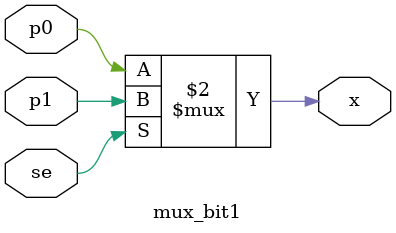
<source format=v>
module carry_select_adder(S, CH, A, B,i);
   output [15:0] S;   // The 16-bit sum.
   output 	CH;   // The 16-bit carry.
   input [15:0] 	A;   // The 16-bit augend.
   input [15:0] 	B;   // The 16-bit addend.
   input i;
   wire [3:0] 	S00;   // High nibble sum output with carry input 0.
   wire [3:0] 	S10;   // High nibble sum output with carry input 1.
   wire [3:0] 	S01;   
   wire [3:0] 	S11; 
   wire [3:0] 	S02;   
   wire [3:0] 	S12; 
   wire 	C00;   
   wire 	C10;   
   wire 	Clow; // Low nibble carry output used to select multiplexer output.
   wire         C1,C2,CH,i;
   ripple_carry_adder rc_low_nibble_0(S[3:0], Clow, A[3:0], B[3:0], 1'b0);  // Calculate S low nibble.
   ripple_carry_adder rc_high_nibble_00(S00, C00, A[7:4], B[7:4], 1'b0);       // Calcualte S high nibble with carry input 0.
   ripple_carry_adder rc_high_nibble_10(S10, C10, A[7:4], B[7:4], 1'b1);       // Calcualte S high nibble with carry input 1.
   multiplexer_2_1  muxs0(S[7:4], S00, S10, Clow);  // Clow selects the high nibble result for S.
   mux_bit1  muxc0(C1, C00, C10, Clow); // Clow selects the carry output.

   ripple_carry_adder rc_high_nibble_01(S01, C01, A[11:8], B[11:8], 1'b0);       // Calcualte S high nibble with carry input 0.
   ripple_carry_adder rc_high_nibble_11(S11, C11, A[11:8], B[11:8], 1'b1);       // Calcualte S high nibble with carry input 1.
   multiplexer_2_1  muxs1(S[11:8], S01, S11, C1);  // Clow selects the high nibble result for S.
   mux_bit1  muxc1(C2, C01, C11, C1); // Clow selects the carry output.
  
  ripple_carry_adder rc_high_nibble_02(S02, C02, A[15:12], B[15:12], 1'b0);       // Calcualte S high nibble with carry input 0.
   ripple_carry_adder rc_high_nibble_12(S12, C12, A[15:12], B[15:12], 1'b1);       // Calcualte S high nibble with carry input 1.
   multiplexer_2_1  muxs2(S[15:12], S02, S12, C2);  // Clow selects the high nibble result for S.
   mux_bit1  muxc2(CH, C02, C12, C2); // Clow selects the carry output.

endmodule // carry_select_adder

module ripple_carry_adder(S, C, A, B, Cin);
   output [3:0] S;   // The 4-bit sum.
   output 	C;   // The 1-bit carry.
   input [3:0] 	A;   // The 4-bit augend.
   input [3:0] 	B;   // The 4-bit addend.
   input 	Cin; // The carry input.
 	
   wire 	C0; // The carry out bit of fa0, the carry in bit of fa1.
   wire 	C1; // The carry out bit of fa1, the carry in bit of fa2.
   wire 	C2; // The carry out bit of fa2, the carry in bit of fa3.
	
   full_adder fa0(S[0], C0, A[0], B[0], Cin);    // Least significant bit.
   full_adder fa1(S[1], C1, A[1], B[1], C0);
   full_adder fa2(S[2], C2, A[2], B[2], C1);
   full_adder fa3(S[3], C, A[3], B[3], C2);    // Most significant bit.
endmodule // ripple_carry_adder

module full_adder(S, Cout, A, B, Cin);
   output S;
   output Cout;
   input  A;
   input  B;
   input  Cin;
   
   wire   w1;
   wire   w2;
   wire   w3;
   wire   w4;
   
   xor(w1, A, B);
   xor(S, Cin, w1);
   and(w2, A, B);   
   and(w3, A, Cin);
   and(w4, B, Cin);   
   or(Cout, w2, w3, w4);
endmodule // full_adder

module multiplexer_2_1(X, A0, A1, S);
   parameter WIDTH=4;     // How many bits wide are the lines

   output [WIDTH-1:0] X;   // The output line

   input [WIDTH-1:0]  A1;  // Input line with id 1'b1
   input [WIDTH-1:0]  A0;  // Input line with id 1'b0
   input 	      S;  // Selection bit
   
   assign X = (S == 1'b0) ? A0 : A1;
endmodule // multiplexer_2_1

module mux_bit1(x,p0,p1,se);
input p0,p1,se;
output x;
assign x=(se==0)?p0:p1;
endmodule

</source>
